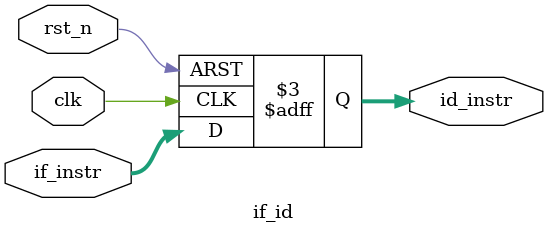
<source format=sv>
module if_id(
	input  logic          clk, rst_n,
	input  logic [31 : 0] if_instr,
	output logic [31 : 0] id_instr
);

	always_ff @(posedge clk, negedge rst_n) begin
		if(!rst_n) begin
			id_instr <= '0;
		end
		else begin
			id_instr <= if_instr;
		end
	end

endmodule
</source>
